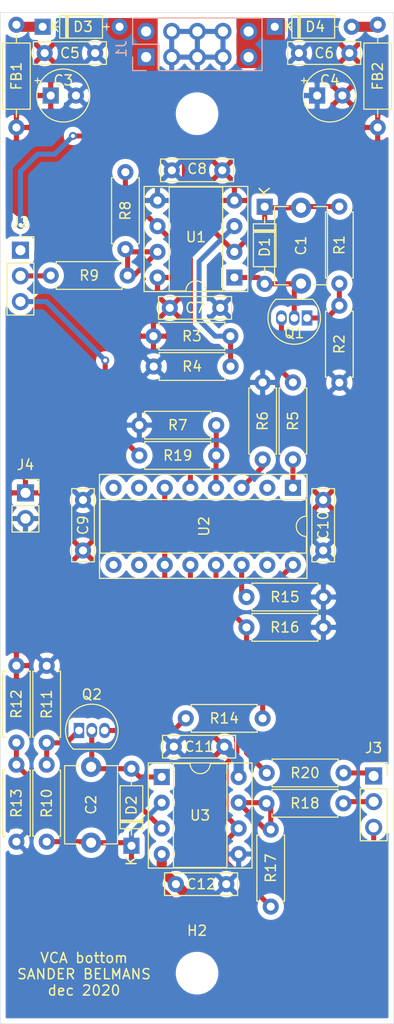
<source format=kicad_pcb>
(kicad_pcb (version 20171130) (host pcbnew "(5.1.8)-1")
  (layers (0 F.Cu signal) (31 B.Cu signal) (34 B.Paste user) (35 F.Paste user) (36 B.SilkS user) (37 F.SilkS user) (38 B.Mask user) (39 F.Mask user) (44 Edge.Cuts user))
  (net 0 "")
  (net 1 /CVA)
  (net 2 "Net-(C1-Pad1)")
  (net 3 /CVB)
  (net 4 "Net-(C2-Pad1)")
  (net 5 GND)
  (net 6 +12V)
  (net 7 -12V)
  (net 8 "Net-(D3-Pad2)")
  (net 9 "Net-(D3-Pad1)")
  (net 10 "Net-(D4-Pad2)")
  (net 11 "Net-(D4-Pad1)")
  (net 12 /SignalOutA)
  (net 13 /SignalInA)
  (net 14 /SignalOutB)
  (net 15 /SignalInB)
  (net 16 "Net-(Q1-Pad1)")
  (net 17 "Net-(Q1-Pad3)")
  (net 18 "Net-(Q2-Pad1)")
  (net 19 "Net-(Q2-Pad3)")
  (net 20 "Net-(R3-Pad1)")
  (net 21 "Net-(R5-Pad1)")
  (net 22 "Net-(R6-Pad1)")
  (net 23 "Net-(R8-Pad2)")
  (net 24 "Net-(R8-Pad1)")
  (net 25 "Net-(R12-Pad1)")
  (net 26 "Net-(R14-Pad1)")
  (net 27 "Net-(R15-Pad1)")
  (net 28 "Net-(R17-Pad2)")
  (net 29 "Net-(R17-Pad1)")
  (net 30 "Net-(U2-Pad15)")
  (net 31 "Net-(U2-Pad2)")
  (net 32 "Net-(R19-Pad1)")
  (net 33 "Net-(R16-Pad1)")
  (module MountingHole:MountingHole_3.2mm_M3 (layer F.Cu) (at 39.5 185)
    (fp_text reference H2 (at 0 -4.2) (layer F.SilkS))
    (fp_text value MountingHole)
    (pad 1 np_thru_hole circle (at 0 0) (size 3.2 3.2) (drill 3.2) (layers *.Cu *.Mask))
  )
  (module MountingHole:MountingHole_3.2mm_M3 (layer F.Cu) (at 39.5 100)
    (fp_text reference H1 (at 0.1 0) (layer F.SilkS))
    (fp_text value MountingHole)
    (pad 1 np_thru_hole circle (at 0 0) (size 3.2 3.2) (drill 3.2) (layers *.Cu *.Mask))
  )
  (module Resistor_THT:R_Axial_DIN0207_L6.3mm_D2.5mm_P7.62mm_Horizontal (layer F.Cu) (at 35.2 125)
    (fp_text reference R4 (at 3.81 0) (layer F.SilkS))
    (fp_text value 470R)
    (pad 2 thru_hole oval (at 7.62 0) (size 1.6 1.6) (drill 0.8) (layers *.Cu *.Mask) (net 20 "Net-(R3-Pad1)"))
    (pad 1 thru_hole circle (at 0 0) (size 1.6 1.6) (drill 0.8) (layers *.Cu *.Mask) (net 5 GND))
  )
  (module Resistor_THT:R_Axial_DIN0207_L6.3mm_D2.5mm_P7.62mm_Horizontal (layer F.Cu) (at 42.8 122 180)
    (fp_text reference R3 (at 3.81 0) (layer F.SilkS))
    (fp_text value 100K)
    (pad 2 thru_hole oval (at 7.62 0 180) (size 1.6 1.6) (drill 0.8) (layers *.Cu *.Mask) (net 6 +12V))
    (pad 1 thru_hole circle (at 0 0 180) (size 1.6 1.6) (drill 0.8) (layers *.Cu *.Mask) (net 20 "Net-(R3-Pad1)"))
  )
  (module Resistor_THT:R_Axial_DIN0207_L6.3mm_D2.5mm_P7.62mm_Horizontal (layer F.Cu) (at 32.4 113.4 90)
    (fp_text reference R8 (at 3.81 0 90) (layer F.SilkS))
    (fp_text value 27K)
    (pad 2 thru_hole oval (at 7.62 0 90) (size 1.6 1.6) (drill 0.8) (layers *.Cu *.Mask) (net 23 "Net-(R8-Pad2)"))
    (pad 1 thru_hole circle (at 0 0 90) (size 1.6 1.6) (drill 0.8) (layers *.Cu *.Mask) (net 24 "Net-(R8-Pad1)"))
  )
  (module Resistor_THT:R_Axial_DIN0207_L6.3mm_D2.5mm_P7.62mm_Horizontal (layer F.Cu) (at 25 116)
    (fp_text reference R9 (at 3.81 0) (layer F.SilkS))
    (fp_text value 1K)
    (pad 2 thru_hole oval (at 7.62 0) (size 1.6 1.6) (drill 0.8) (layers *.Cu *.Mask) (net 24 "Net-(R8-Pad1)"))
    (pad 1 thru_hole circle (at 0 0) (size 1.6 1.6) (drill 0.8) (layers *.Cu *.Mask) (net 12 /SignalOutA))
  )
  (module Resistor_THT:R_Axial_DIN0207_L6.3mm_D2.5mm_P7.62mm_Horizontal (layer F.Cu) (at 41.4 133.8 180)
    (fp_text reference R19 (at 3.81 0) (layer F.SilkS))
    (fp_text value 100K)
    (pad 2 thru_hole oval (at 7.62 0 180) (size 1.6 1.6) (drill 0.8) (layers *.Cu *.Mask) (net 13 /SignalInA))
    (pad 1 thru_hole circle (at 0 0 180) (size 1.6 1.6) (drill 0.8) (layers *.Cu *.Mask) (net 32 "Net-(R19-Pad1)"))
  )
  (module Resistor_THT:R_Axial_DIN0207_L6.3mm_D2.5mm_P7.62mm_Horizontal (layer F.Cu) (at 53.6 116.8 90)
    (fp_text reference R1 (at 3.81 0 90) (layer F.SilkS))
    (fp_text value 33K)
    (pad 2 thru_hole oval (at 7.62 0 90) (size 1.6 1.6) (drill 0.8) (layers *.Cu *.Mask) (net 1 /CVA))
    (pad 1 thru_hole circle (at 0 0 90) (size 1.6 1.6) (drill 0.8) (layers *.Cu *.Mask) (net 16 "Net-(Q1-Pad1)"))
  )
  (module Resistor_THT:R_Axial_DIN0207_L6.3mm_D2.5mm_P7.62mm_Horizontal (layer F.Cu) (at 49 134.2 90)
    (fp_text reference R5 (at 3.81 0 90) (layer F.SilkS))
    (fp_text value 6.8K)
    (pad 2 thru_hole oval (at 7.62 0 90) (size 1.6 1.6) (drill 0.8) (layers *.Cu *.Mask) (net 17 "Net-(Q1-Pad3)"))
    (pad 1 thru_hole circle (at 0 0 90) (size 1.6 1.6) (drill 0.8) (layers *.Cu *.Mask) (net 21 "Net-(R5-Pad1)"))
  )
  (module Resistor_THT:R_Axial_DIN0207_L6.3mm_D2.5mm_P7.62mm_Horizontal (layer F.Cu) (at 53.6 126.6 90)
    (fp_text reference R2 (at 3.81 0 90) (layer F.SilkS))
    (fp_text value 1K)
    (pad 2 thru_hole oval (at 7.62 0 90) (size 1.6 1.6) (drill 0.8) (layers *.Cu *.Mask) (net 16 "Net-(Q1-Pad1)"))
    (pad 1 thru_hole circle (at 0 0 90) (size 1.6 1.6) (drill 0.8) (layers *.Cu *.Mask) (net 5 GND))
  )
  (module Resistor_THT:R_Axial_DIN0207_L6.3mm_D2.5mm_P7.62mm_Horizontal (layer F.Cu) (at 41.4 130.8 180)
    (fp_text reference R7 (at 3.81 0) (layer F.SilkS))
    (fp_text value 680R)
    (pad 2 thru_hole oval (at 7.62 0 180) (size 1.6 1.6) (drill 0.8) (layers *.Cu *.Mask) (net 5 GND))
    (pad 1 thru_hole circle (at 0 0 180) (size 1.6 1.6) (drill 0.8) (layers *.Cu *.Mask) (net 32 "Net-(R19-Pad1)"))
  )
  (module Resistor_THT:R_Axial_DIN0207_L6.3mm_D2.5mm_P7.62mm_Horizontal (layer F.Cu) (at 46 134.2 90)
    (fp_text reference R6 (at 3.81 0 90) (layer F.SilkS))
    (fp_text value 680R)
    (pad 2 thru_hole oval (at 7.62 0 90) (size 1.6 1.6) (drill 0.8) (layers *.Cu *.Mask) (net 5 GND))
    (pad 1 thru_hole circle (at 0 0 90) (size 1.6 1.6) (drill 0.8) (layers *.Cu *.Mask) (net 22 "Net-(R6-Pad1)"))
  )
  (module Resistor_THT:R_Axial_DIN0207_L6.3mm_D2.5mm_P7.62mm_Horizontal (layer F.Cu) (at 21.6 162.2 90)
    (fp_text reference R12 (at 3.81 0 90) (layer F.SilkS))
    (fp_text value 100K)
    (pad 2 thru_hole oval (at 7.62 0 90) (size 1.6 1.6) (drill 0.8) (layers *.Cu *.Mask) (net 6 +12V))
    (pad 1 thru_hole circle (at 0 0 90) (size 1.6 1.6) (drill 0.8) (layers *.Cu *.Mask) (net 25 "Net-(R12-Pad1)"))
  )
  (module Resistor_THT:R_Axial_DIN0207_L6.3mm_D2.5mm_P7.62mm_Horizontal (layer F.Cu) (at 24.6 154.6 270)
    (fp_text reference R11 (at 3.81 0 90) (layer F.SilkS))
    (fp_text value 1K)
    (pad 2 thru_hole oval (at 7.62 0 270) (size 1.6 1.6) (drill 0.8) (layers *.Cu *.Mask) (net 18 "Net-(Q2-Pad1)"))
    (pad 1 thru_hole circle (at 0 0 270) (size 1.6 1.6) (drill 0.8) (layers *.Cu *.Mask) (net 5 GND))
  )
  (module Resistor_THT:R_Axial_DIN0207_L6.3mm_D2.5mm_P7.62mm_Horizontal (layer F.Cu) (at 44.4 150.8)
    (fp_text reference R16 (at 3.8 0) (layer F.SilkS))
    (fp_text value 680R)
    (pad 2 thru_hole oval (at 7.62 0) (size 1.6 1.6) (drill 0.8) (layers *.Cu *.Mask) (net 5 GND))
    (pad 1 thru_hole circle (at 0 0) (size 1.6 1.6) (drill 0.8) (layers *.Cu *.Mask) (net 33 "Net-(R16-Pad1)"))
  )
  (module Resistor_THT:R_Axial_DIN0207_L6.3mm_D2.5mm_P7.62mm_Horizontal (layer F.Cu) (at 44.4 147.8)
    (fp_text reference R15 (at 3.81 0) (layer F.SilkS))
    (fp_text value 680R)
    (pad 2 thru_hole oval (at 7.62 0) (size 1.6 1.6) (drill 0.8) (layers *.Cu *.Mask) (net 5 GND))
    (pad 1 thru_hole circle (at 0 0) (size 1.6 1.6) (drill 0.8) (layers *.Cu *.Mask) (net 27 "Net-(R15-Pad1)"))
  )
  (module Resistor_THT:R_Axial_DIN0207_L6.3mm_D2.5mm_P7.62mm_Horizontal (layer F.Cu) (at 46 159.8 180)
    (fp_text reference R14 (at 3.81 0) (layer F.SilkS))
    (fp_text value 6.8K)
    (pad 2 thru_hole oval (at 7.62 0 180) (size 1.6 1.6) (drill 0.8) (layers *.Cu *.Mask) (net 19 "Net-(Q2-Pad3)"))
    (pad 1 thru_hole circle (at 0 0 180) (size 1.6 1.6) (drill 0.8) (layers *.Cu *.Mask) (net 26 "Net-(R14-Pad1)"))
  )
  (module Resistor_THT:R_Axial_DIN0207_L6.3mm_D2.5mm_P7.62mm_Horizontal (layer F.Cu) (at 46.4 165.2)
    (fp_text reference R20 (at 3.8 0) (layer F.SilkS))
    (fp_text value 100K)
    (pad 2 thru_hole oval (at 7.62 0) (size 1.6 1.6) (drill 0.8) (layers *.Cu *.Mask) (net 15 /SignalInB))
    (pad 1 thru_hole circle (at 0 0) (size 1.6 1.6) (drill 0.8) (layers *.Cu *.Mask) (net 33 "Net-(R16-Pad1)"))
  )
  (module Resistor_THT:R_Axial_DIN0207_L6.3mm_D2.5mm_P7.62mm_Horizontal (layer F.Cu) (at 46.8 170.8 270)
    (fp_text reference R17 (at 3.81 0 90) (layer F.SilkS))
    (fp_text value 27K)
    (pad 2 thru_hole oval (at 7.62 0 270) (size 1.6 1.6) (drill 0.8) (layers *.Cu *.Mask) (net 28 "Net-(R17-Pad2)"))
    (pad 1 thru_hole circle (at 0 0 270) (size 1.6 1.6) (drill 0.8) (layers *.Cu *.Mask) (net 29 "Net-(R17-Pad1)"))
  )
  (module Resistor_THT:R_Axial_DIN0207_L6.3mm_D2.5mm_P7.62mm_Horizontal (layer F.Cu) (at 21.6 172 90)
    (fp_text reference R13 (at 3.81 0 90) (layer F.SilkS))
    (fp_text value 470R)
    (pad 2 thru_hole oval (at 7.62 0 90) (size 1.6 1.6) (drill 0.8) (layers *.Cu *.Mask) (net 25 "Net-(R12-Pad1)"))
    (pad 1 thru_hole circle (at 0 0 90) (size 1.6 1.6) (drill 0.8) (layers *.Cu *.Mask) (net 5 GND))
  )
  (module Resistor_THT:R_Axial_DIN0207_L6.3mm_D2.5mm_P7.62mm_Horizontal (layer F.Cu) (at 24.6 164.38 270)
    (fp_text reference R10 (at 3.82 0 90) (layer F.SilkS))
    (fp_text value 33K)
    (pad 2 thru_hole oval (at 7.62 0 270) (size 1.6 1.6) (drill 0.8) (layers *.Cu *.Mask) (net 3 /CVB))
    (pad 1 thru_hole circle (at 0 0 270) (size 1.6 1.6) (drill 0.8) (layers *.Cu *.Mask) (net 18 "Net-(Q2-Pad1)"))
  )
  (module Resistor_THT:R_Axial_DIN0207_L6.3mm_D2.5mm_P7.62mm_Horizontal (layer F.Cu) (at 54 168.2 180)
    (fp_text reference R18 (at 3.81 0) (layer F.SilkS))
    (fp_text value 1K)
    (pad 2 thru_hole oval (at 7.62 0 180) (size 1.6 1.6) (drill 0.8) (layers *.Cu *.Mask) (net 29 "Net-(R17-Pad1)"))
    (pad 1 thru_hole circle (at 0 0 180) (size 1.6 1.6) (drill 0.8) (layers *.Cu *.Mask) (net 14 /SignalOutB))
  )
  (module Package_DIP:DIP-8_W7.62mm_Socket (layer F.Cu) (at 36 165.6)
    (fp_text reference U3 (at 3.8 3.8) (layer F.SilkS))
    (fp_text value TL072)
    (pad 8 thru_hole oval (at 7.62 0) (size 1.6 1.6) (drill 0.8) (layers *.Cu *.Mask) (net 6 +12V))
    (pad 4 thru_hole oval (at 0 7.62) (size 1.6 1.6) (drill 0.8) (layers *.Cu *.Mask) (net 7 -12V))
    (pad 7 thru_hole oval (at 7.62 2.54) (size 1.6 1.6) (drill 0.8) (layers *.Cu *.Mask) (net 29 "Net-(R17-Pad1)"))
    (pad 3 thru_hole oval (at 0 5.08) (size 1.6 1.6) (drill 0.8) (layers *.Cu *.Mask) (net 25 "Net-(R12-Pad1)"))
    (pad 6 thru_hole oval (at 7.62 5.08) (size 1.6 1.6) (drill 0.8) (layers *.Cu *.Mask) (net 28 "Net-(R17-Pad2)"))
    (pad 2 thru_hole oval (at 0 2.54) (size 1.6 1.6) (drill 0.8) (layers *.Cu *.Mask) (net 3 /CVB))
    (pad 5 thru_hole oval (at 7.62 7.62) (size 1.6 1.6) (drill 0.8) (layers *.Cu *.Mask) (net 5 GND))
    (pad 1 thru_hole rect (at 0 0) (size 1.6 1.6) (drill 0.8) (layers *.Cu *.Mask) (net 4 "Net-(C2-Pad1)"))
  )
  (module Package_DIP:DIP-16_W7.62mm_Socket (layer F.Cu) (at 49 137 270)
    (fp_text reference U2 (at 3.81 8.8 90) (layer F.SilkS))
    (fp_text value LM13700)
    (pad 16 thru_hole oval (at 7.62 0 270) (size 1.6 1.6) (drill 0.8) (layers *.Cu *.Mask) (net 26 "Net-(R14-Pad1)"))
    (pad 8 thru_hole oval (at 0 17.78 270) (size 1.6 1.6) (drill 0.8) (layers *.Cu *.Mask))
    (pad 15 thru_hole oval (at 7.62 2.54 270) (size 1.6 1.6) (drill 0.8) (layers *.Cu *.Mask) (net 30 "Net-(U2-Pad15)"))
    (pad 7 thru_hole oval (at 0 15.24 270) (size 1.6 1.6) (drill 0.8) (layers *.Cu *.Mask))
    (pad 14 thru_hole oval (at 7.62 5.08 270) (size 1.6 1.6) (drill 0.8) (layers *.Cu *.Mask) (net 27 "Net-(R15-Pad1)"))
    (pad 6 thru_hole oval (at 0 12.7 270) (size 1.6 1.6) (drill 0.8) (layers *.Cu *.Mask) (net 7 -12V))
    (pad 13 thru_hole oval (at 7.62 7.62 270) (size 1.6 1.6) (drill 0.8) (layers *.Cu *.Mask) (net 33 "Net-(R16-Pad1)"))
    (pad 5 thru_hole oval (at 0 10.16 270) (size 1.6 1.6) (drill 0.8) (layers *.Cu *.Mask) (net 23 "Net-(R8-Pad2)"))
    (pad 12 thru_hole oval (at 7.62 10.16 270) (size 1.6 1.6) (drill 0.8) (layers *.Cu *.Mask) (net 28 "Net-(R17-Pad2)"))
    (pad 4 thru_hole oval (at 0 7.62 270) (size 1.6 1.6) (drill 0.8) (layers *.Cu *.Mask) (net 32 "Net-(R19-Pad1)"))
    (pad 11 thru_hole oval (at 7.62 12.7 270) (size 1.6 1.6) (drill 0.8) (layers *.Cu *.Mask) (net 6 +12V))
    (pad 3 thru_hole oval (at 0 5.08 270) (size 1.6 1.6) (drill 0.8) (layers *.Cu *.Mask) (net 22 "Net-(R6-Pad1)"))
    (pad 10 thru_hole oval (at 7.62 15.24 270) (size 1.6 1.6) (drill 0.8) (layers *.Cu *.Mask))
    (pad 2 thru_hole oval (at 0 2.54 270) (size 1.6 1.6) (drill 0.8) (layers *.Cu *.Mask) (net 31 "Net-(U2-Pad2)"))
    (pad 9 thru_hole oval (at 7.62 17.78 270) (size 1.6 1.6) (drill 0.8) (layers *.Cu *.Mask))
    (pad 1 thru_hole rect (at 0 0 270) (size 1.6 1.6) (drill 0.8) (layers *.Cu *.Mask) (net 21 "Net-(R5-Pad1)"))
  )
  (module Package_DIP:DIP-8_W7.62mm_Socket (layer F.Cu) (at 43.2 116.2 180)
    (fp_text reference U1 (at 3.81 4) (layer F.SilkS))
    (fp_text value TL072)
    (pad 8 thru_hole oval (at 7.62 0 180) (size 1.6 1.6) (drill 0.8) (layers *.Cu *.Mask) (net 6 +12V))
    (pad 4 thru_hole oval (at 0 7.62 180) (size 1.6 1.6) (drill 0.8) (layers *.Cu *.Mask) (net 7 -12V))
    (pad 7 thru_hole oval (at 7.62 2.54 180) (size 1.6 1.6) (drill 0.8) (layers *.Cu *.Mask) (net 24 "Net-(R8-Pad1)"))
    (pad 3 thru_hole oval (at 0 5.08 180) (size 1.6 1.6) (drill 0.8) (layers *.Cu *.Mask) (net 20 "Net-(R3-Pad1)"))
    (pad 6 thru_hole oval (at 7.62 5.08 180) (size 1.6 1.6) (drill 0.8) (layers *.Cu *.Mask) (net 23 "Net-(R8-Pad2)"))
    (pad 2 thru_hole oval (at 0 2.54 180) (size 1.6 1.6) (drill 0.8) (layers *.Cu *.Mask) (net 1 /CVA))
    (pad 5 thru_hole oval (at 7.62 7.62 180) (size 1.6 1.6) (drill 0.8) (layers *.Cu *.Mask) (net 5 GND))
    (pad 1 thru_hole rect (at 0 0 180) (size 1.6 1.6) (drill 0.8) (layers *.Cu *.Mask) (net 2 "Net-(C1-Pad1)"))
  )
  (module Package_TO_SOT_THT:TO-92_Inline (layer F.Cu) (at 27.8 161)
    (fp_text reference Q2 (at 1.27 -3.56) (layer F.SilkS))
    (fp_text value 2N3906)
    (pad 1 thru_hole rect (at 0 0) (size 1.05 1.5) (drill 0.75) (layers *.Cu *.Mask) (net 18 "Net-(Q2-Pad1)"))
    (pad 3 thru_hole oval (at 2.54 0) (size 1.05 1.5) (drill 0.75) (layers *.Cu *.Mask) (net 19 "Net-(Q2-Pad3)"))
    (pad 2 thru_hole oval (at 1.27 0) (size 1.05 1.5) (drill 0.75) (layers *.Cu *.Mask) (net 4 "Net-(C2-Pad1)"))
  )
  (module Package_TO_SOT_THT:TO-92_Inline (layer F.Cu) (at 50.4 120.2 180)
    (fp_text reference Q1 (at 1.27 -1.5) (layer F.SilkS))
    (fp_text value 2N3906)
    (pad 1 thru_hole rect (at 0 0 180) (size 1.05 1.5) (drill 0.75) (layers *.Cu *.Mask) (net 16 "Net-(Q1-Pad1)"))
    (pad 3 thru_hole oval (at 2.54 0 180) (size 1.05 1.5) (drill 0.75) (layers *.Cu *.Mask) (net 17 "Net-(Q1-Pad3)"))
    (pad 2 thru_hole oval (at 1.27 0 180) (size 1.05 1.5) (drill 0.75) (layers *.Cu *.Mask) (net 2 "Net-(C1-Pad1)"))
  )
  (module Connector_PinSocket_2.54mm:PinSocket_1x02_P2.54mm_Vertical (layer F.Cu) (at 22.5 137.5)
    (fp_text reference J4 (at 0 -2.77) (layer F.SilkS))
    (fp_text value PWR2)
    (pad 2 thru_hole oval (at 0 2.54) (size 1.7 1.7) (drill 1) (layers *.Cu *.Mask) (net 5 GND))
    (pad 1 thru_hole rect (at 0 0) (size 1.7 1.7) (drill 1) (layers *.Cu *.Mask) (net 6 +12V))
  )
  (module Connector_PinSocket_2.54mm:PinSocket_1x03_P2.54mm_Vertical (layer F.Cu) (at 57 165.5)
    (fp_text reference J3 (at 0 -2.77) (layer F.SilkS))
    (fp_text value sigB)
    (pad 3 thru_hole oval (at 0 5.08) (size 1.7 1.7) (drill 1) (layers *.Cu *.Mask) (net 3 /CVB))
    (pad 2 thru_hole oval (at 0 2.54) (size 1.7 1.7) (drill 1) (layers *.Cu *.Mask) (net 14 /SignalOutB))
    (pad 1 thru_hole rect (at 0 0) (size 1.7 1.7) (drill 1) (layers *.Cu *.Mask) (net 15 /SignalInB))
  )
  (module Connector_PinSocket_2.54mm:PinSocket_1x03_P2.54mm_Vertical (layer F.Cu) (at 22 113.5)
    (fp_text reference J2 (at 0 -2.77) (layer F.SilkS))
    (fp_text value sigA)
    (pad 3 thru_hole oval (at 0 5.08) (size 1.7 1.7) (drill 1) (layers *.Cu *.Mask) (net 13 /SignalInA))
    (pad 2 thru_hole oval (at 0 2.54) (size 1.7 1.7) (drill 1) (layers *.Cu *.Mask) (net 12 /SignalOutA))
    (pad 1 thru_hole rect (at 0 0) (size 1.7 1.7) (drill 1) (layers *.Cu *.Mask) (net 1 /CVA))
  )
  (module Connector_PinSocket_2.54mm:PinSocket_2x05_P2.54mm_Vertical (layer B.Cu) (at 34.45 94.4 270)
    (fp_text reference J1 (at -0.8 2.45 90) (layer B.SilkS) (effects (justify mirror)))
    (fp_text value PWR)
    (pad 10 thru_hole oval (at -2.54 -10.16 270) (size 1.7 1.7) (drill 1) (layers *.Cu *.Mask) (net 11 "Net-(D4-Pad1)"))
    (pad 9 thru_hole oval (at 0 -10.16 270) (size 1.7 1.7) (drill 1) (layers *.Cu *.Mask) (net 11 "Net-(D4-Pad1)"))
    (pad 8 thru_hole oval (at -2.54 -7.62 270) (size 1.7 1.7) (drill 1) (layers *.Cu *.Mask) (net 5 GND))
    (pad 7 thru_hole oval (at 0 -7.62 270) (size 1.7 1.7) (drill 1) (layers *.Cu *.Mask) (net 5 GND))
    (pad 6 thru_hole oval (at -2.54 -5.08 270) (size 1.7 1.7) (drill 1) (layers *.Cu *.Mask) (net 5 GND))
    (pad 5 thru_hole oval (at 0 -5.08 270) (size 1.7 1.7) (drill 1) (layers *.Cu *.Mask) (net 5 GND))
    (pad 4 thru_hole oval (at -2.54 -2.54 270) (size 1.7 1.7) (drill 1) (layers *.Cu *.Mask) (net 5 GND))
    (pad 3 thru_hole oval (at 0 -2.54 270) (size 1.7 1.7) (drill 1) (layers *.Cu *.Mask) (net 5 GND))
    (pad 2 thru_hole oval (at -2.54 0 270) (size 1.7 1.7) (drill 1) (layers *.Cu *.Mask) (net 8 "Net-(D3-Pad2)"))
    (pad 1 thru_hole rect (at 0 0 270) (size 1.7 1.7) (drill 1) (layers *.Cu *.Mask) (net 8 "Net-(D3-Pad2)"))
  )
  (module Resistor_THT:R_Axial_DIN0207_L6.3mm_D2.5mm_P10.16mm_Horizontal (layer F.Cu) (at 57.4 91.2 270)
    (fp_text reference FB2 (at 5.08 0 90) (layer F.SilkS))
    (fp_text value Ferrite_Bead)
    (pad 2 thru_hole oval (at 10.16 0 270) (size 1.6 1.6) (drill 0.8) (layers *.Cu *.Mask) (net 7 -12V))
    (pad 1 thru_hole circle (at 0 0 270) (size 1.6 1.6) (drill 0.8) (layers *.Cu *.Mask) (net 10 "Net-(D4-Pad2)"))
  )
  (module Resistor_THT:R_Axial_DIN0207_L6.3mm_D2.5mm_P10.16mm_Horizontal (layer F.Cu) (at 21.6 91.2 270)
    (fp_text reference FB1 (at 5.08 0 90) (layer F.SilkS))
    (fp_text value Ferrite_Bead)
    (pad 2 thru_hole oval (at 10.16 0 270) (size 1.6 1.6) (drill 0.8) (layers *.Cu *.Mask) (net 6 +12V))
    (pad 1 thru_hole circle (at 0 0 270) (size 1.6 1.6) (drill 0.8) (layers *.Cu *.Mask) (net 9 "Net-(D3-Pad1)"))
  )
  (module Diode_THT:D_DO-35_SOD27_P7.62mm_Horizontal (layer F.Cu) (at 47.2 91.4)
    (fp_text reference D4 (at 4 0) (layer F.SilkS))
    (fp_text value 1N4148)
    (fp_text user K (at 1.4 0) (layer F.SilkS))
    (pad 2 thru_hole oval (at 7.62 0) (size 1.6 1.6) (drill 0.8) (layers *.Cu *.Mask) (net 10 "Net-(D4-Pad2)"))
    (pad 1 thru_hole rect (at 0 0) (size 1.6 1.6) (drill 0.8) (layers *.Cu *.Mask) (net 11 "Net-(D4-Pad1)"))
  )
  (module Diode_THT:D_DO-35_SOD27_P7.62mm_Horizontal (layer F.Cu) (at 24.2 91.4)
    (fp_text reference D3 (at 4 0) (layer F.SilkS))
    (fp_text value 1N4148)
    (fp_text user K (at 1.2 0) (layer F.SilkS))
    (pad 2 thru_hole oval (at 7.62 0) (size 1.6 1.6) (drill 0.8) (layers *.Cu *.Mask) (net 8 "Net-(D3-Pad2)"))
    (pad 1 thru_hole rect (at 0 0) (size 1.6 1.6) (drill 0.8) (layers *.Cu *.Mask) (net 9 "Net-(D3-Pad1)"))
  )
  (module Diode_THT:D_DO-35_SOD27_P7.62mm_Horizontal (layer F.Cu) (at 33 172.4 90)
    (fp_text reference D2 (at 4 0 90) (layer F.SilkS))
    (fp_text value 1N4148)
    (fp_text user K (at -1.5 0 90) (layer F.SilkS))
    (pad 2 thru_hole oval (at 7.62 0 90) (size 1.6 1.6) (drill 0.8) (layers *.Cu *.Mask) (net 4 "Net-(C2-Pad1)"))
    (pad 1 thru_hole rect (at 0 0 90) (size 1.6 1.6) (drill 0.8) (layers *.Cu *.Mask) (net 3 /CVB))
  )
  (module Diode_THT:D_DO-35_SOD27_P7.62mm_Horizontal (layer F.Cu) (at 46.2 109.2 270)
    (fp_text reference D1 (at 4 0 90) (layer F.SilkS))
    (fp_text value 1N4148)
    (fp_text user K (at -1.5 0 90) (layer F.SilkS))
    (pad 2 thru_hole oval (at 7.62 0 270) (size 1.6 1.6) (drill 0.8) (layers *.Cu *.Mask) (net 2 "Net-(C1-Pad1)"))
    (pad 1 thru_hole rect (at 0 0 270) (size 1.6 1.6) (drill 0.8) (layers *.Cu *.Mask) (net 1 /CVA))
  )
  (module Capacitor_THT:C_Rect_L7.0mm_W2.0mm_P5.00mm (layer F.Cu) (at 37.4 176.2)
    (fp_text reference C12 (at 2.5 0) (layer F.SilkS))
    (fp_text value 100n)
    (pad 2 thru_hole circle (at 5 0) (size 1.6 1.6) (drill 0.8) (layers *.Cu *.Mask) (net 5 GND))
    (pad 1 thru_hole circle (at 0 0) (size 1.6 1.6) (drill 0.8) (layers *.Cu *.Mask) (net 7 -12V))
  )
  (module Capacitor_THT:C_Rect_L7.0mm_W2.0mm_P5.00mm (layer F.Cu) (at 37.2 162.6)
    (fp_text reference C11 (at 2.5 0) (layer F.SilkS))
    (fp_text value 100n)
    (pad 2 thru_hole circle (at 5 0) (size 1.6 1.6) (drill 0.8) (layers *.Cu *.Mask) (net 6 +12V))
    (pad 1 thru_hole circle (at 0 0) (size 1.6 1.6) (drill 0.8) (layers *.Cu *.Mask) (net 5 GND))
  )
  (module Capacitor_THT:C_Rect_L7.0mm_W2.0mm_P5.00mm (layer F.Cu) (at 52 138.2 270)
    (fp_text reference C10 (at 2.5 0 90) (layer F.SilkS))
    (fp_text value 100n)
    (pad 2 thru_hole circle (at 5 0 270) (size 1.6 1.6) (drill 0.8) (layers *.Cu *.Mask) (net 5 GND))
    (pad 1 thru_hole circle (at 0 0 270) (size 1.6 1.6) (drill 0.8) (layers *.Cu *.Mask) (net 7 -12V))
  )
  (module Capacitor_THT:C_Rect_L7.0mm_W2.0mm_P5.00mm (layer F.Cu) (at 28.2 138.2 270)
    (fp_text reference C9 (at 2.5 0 90) (layer F.SilkS))
    (fp_text value 100n)
    (pad 2 thru_hole circle (at 5 0 270) (size 1.6 1.6) (drill 0.8) (layers *.Cu *.Mask) (net 6 +12V))
    (pad 1 thru_hole circle (at 0 0 270) (size 1.6 1.6) (drill 0.8) (layers *.Cu *.Mask) (net 5 GND))
  )
  (module Capacitor_THT:C_Rect_L7.0mm_W2.0mm_P5.00mm (layer F.Cu) (at 42 105.6 180)
    (fp_text reference C8 (at 2.5 0.15) (layer F.SilkS))
    (fp_text value 100n)
    (pad 2 thru_hole circle (at 5 0 180) (size 1.6 1.6) (drill 0.8) (layers *.Cu *.Mask) (net 5 GND))
    (pad 1 thru_hole circle (at 0 0 180) (size 1.6 1.6) (drill 0.8) (layers *.Cu *.Mask) (net 7 -12V))
  )
  (module Capacitor_THT:C_Rect_L7.0mm_W2.0mm_P5.00mm (layer F.Cu) (at 41.8 119.2 180)
    (fp_text reference C7 (at 2.5 0) (layer F.SilkS))
    (fp_text value 100n)
    (pad 2 thru_hole circle (at 5 0 180) (size 1.6 1.6) (drill 0.8) (layers *.Cu *.Mask) (net 6 +12V))
    (pad 1 thru_hole circle (at 0 0 180) (size 1.6 1.6) (drill 0.8) (layers *.Cu *.Mask) (net 5 GND))
  )
  (module Capacitor_THT:C_Rect_L7.0mm_W2.0mm_P5.00mm (layer F.Cu) (at 54.6 94 180)
    (fp_text reference C6 (at 2.5 0) (layer F.SilkS))
    (fp_text value 100n)
    (pad 2 thru_hole circle (at 5 0 180) (size 1.6 1.6) (drill 0.8) (layers *.Cu *.Mask) (net 5 GND))
    (pad 1 thru_hole circle (at 0 0 180) (size 1.6 1.6) (drill 0.8) (layers *.Cu *.Mask) (net 7 -12V))
  )
  (module Capacitor_THT:C_Rect_L7.0mm_W2.0mm_P5.00mm (layer F.Cu) (at 29.4 94 180)
    (fp_text reference C5 (at 2.5 0) (layer F.SilkS))
    (fp_text value 100n)
    (pad 2 thru_hole circle (at 5 0 180) (size 1.6 1.6) (drill 0.8) (layers *.Cu *.Mask) (net 6 +12V))
    (pad 1 thru_hole circle (at 0 0 180) (size 1.6 1.6) (drill 0.8) (layers *.Cu *.Mask) (net 5 GND))
  )
  (module Capacitor_THT:CP_Radial_Tantal_D5.0mm_P2.50mm (layer F.Cu) (at 51.4 98.2)
    (fp_text reference C4 (at 1.25 -1.5) (layer F.SilkS))
    (fp_text value 10u)
    (pad 2 thru_hole circle (at 2.5 0) (size 1.6 1.6) (drill 0.8) (layers *.Cu *.Mask) (net 7 -12V))
    (pad 1 thru_hole rect (at 0 0) (size 1.6 1.6) (drill 0.8) (layers *.Cu *.Mask) (net 5 GND))
  )
  (module Capacitor_THT:CP_Radial_Tantal_D5.0mm_P2.50mm (layer F.Cu) (at 25 98.2)
    (fp_text reference C3 (at 1.25 -1.5) (layer F.SilkS))
    (fp_text value 10u)
    (pad 2 thru_hole circle (at 2.5 0) (size 1.6 1.6) (drill 0.8) (layers *.Cu *.Mask) (net 5 GND))
    (pad 1 thru_hole rect (at 0 0) (size 1.6 1.6) (drill 0.8) (layers *.Cu *.Mask) (net 6 +12V))
  )
  (module Capacitor_THT:C_Disc_D7.5mm_W5.0mm_P7.50mm (layer F.Cu) (at 29 164.6 270)
    (fp_text reference C2 (at 3.75 0 90) (layer F.SilkS))
    (fp_text value 1n)
    (pad 2 thru_hole circle (at 7.5 0 270) (size 2 2) (drill 1) (layers *.Cu *.Mask) (net 3 /CVB))
    (pad 1 thru_hole circle (at 0 0 270) (size 2 2) (drill 1) (layers *.Cu *.Mask) (net 4 "Net-(C2-Pad1)"))
  )
  (module Capacitor_THT:C_Disc_D7.5mm_W5.0mm_P7.50mm (layer F.Cu) (at 49.8 116.8 90)
    (fp_text reference C1 (at 3.75 0 90) (layer F.SilkS))
    (fp_text value 1n)
    (pad 2 thru_hole circle (at 7.5 0 90) (size 2 2) (drill 1) (layers *.Cu *.Mask) (net 1 /CVA))
    (pad 1 thru_hole circle (at 0 0 90) (size 2 2) (drill 1) (layers *.Cu *.Mask) (net 2 "Net-(C1-Pad1)"))
  )
  (gr_text "VCA bottom\nSANDER BELMANS\ndec 2020" (at 28.3 185.1) (layer F.SilkS) (effects (font (size 1 1))))
  (gr_line (start 20 90) (end 20 190) (layer Edge.Cuts) (width 0.05))
  (gr_line (start 59 90) (end 20 90) (layer Edge.Cuts) (width 0.05))
  (gr_line (start 59 190) (end 59 90) (layer Edge.Cuts) (width 0.05))
  (gr_line (start 20 190) (end 59 190) (layer Edge.Cuts) (width 0.05))
  (segment (start 49.92 109.18) (end 49.8 109.3) (width 0.5) (layer F.Cu) (net 1))
  (segment (start 53.6 109.18) (end 49.92 109.18) (width 0.5) (layer F.Cu) (net 1))
  (segment (start 46.3 109.3) (end 46.2 109.2) (width 0.5) (layer F.Cu) (net 1))
  (segment (start 49.8 109.3) (end 46.3 109.3) (width 0.5) (layer F.Cu) (net 1))
  (via (at 22 111) (size 0.8) (drill 0.4) (layers F.Cu B.Cu) (net 1))
  (via (at 27.2 102.2) (size 0.8) (drill 0.4) (layers F.Cu B.Cu) (net 1))
  (segment (start 25.4 104) (end 27.2 102.2) (width 0.5) (layer B.Cu) (net 1))
  (segment (start 38.250001 108.710001) (end 43.2 113.66) (width 0.5) (layer F.Cu) (net 1))
  (segment (start 38.250001 104.450001) (end 38.250001 108.710001) (width 0.5) (layer F.Cu) (net 1))
  (segment (start 36 102.2) (end 38.250001 104.450001) (width 0.5) (layer F.Cu) (net 1))
  (segment (start 27.2 102.2) (end 36 102.2) (width 0.5) (layer F.Cu) (net 1))
  (segment (start 46.2 110.66) (end 43.2 113.66) (width 0.5) (layer F.Cu) (net 1))
  (segment (start 46.2 109.2) (end 46.2 110.66) (width 0.5) (layer F.Cu) (net 1))
  (segment (start 25.4 104) (end 23.7 104) (width 0.5) (layer B.Cu) (net 1))
  (segment (start 22 105.7) (end 22 111) (width 0.5) (layer B.Cu) (net 1))
  (segment (start 23.7 104) (end 22 105.7) (width 0.5) (layer B.Cu) (net 1))
  (segment (start 45.58 116.2) (end 46.2 116.82) (width 0.5) (layer F.Cu) (net 2))
  (segment (start 43.2 116.2) (end 45.58 116.2) (width 0.5) (layer F.Cu) (net 2))
  (segment (start 49.78 116.82) (end 49.8 116.8) (width 0.5) (layer F.Cu) (net 2))
  (segment (start 46.2 116.82) (end 49.78 116.82) (width 0.5) (layer F.Cu) (net 2))
  (segment (start 49.13 117.47) (end 49.8 116.8) (width 0.5) (layer F.Cu) (net 2))
  (segment (start 49.13 120.2) (end 49.13 117.47) (width 0.5) (layer F.Cu) (net 2))
  (segment (start 28.9 172) (end 29 172.1) (width 0.5) (layer F.Cu) (net 3))
  (segment (start 24.6 172) (end 28.9 172) (width 0.5) (layer F.Cu) (net 3))
  (segment (start 32.7 172.1) (end 33 172.4) (width 0.5) (layer F.Cu) (net 3))
  (segment (start 29 172.1) (end 32.7 172.1) (width 0.5) (layer F.Cu) (net 3))
  (segment (start 57 170.58) (end 57 179.8) (width 0.5) (layer F.Cu) (net 3))
  (segment (start 57 179.8) (end 55 181.8) (width 0.5) (layer F.Cu) (net 3))
  (segment (start 33 173.650002) (end 33 172.4) (width 0.5) (layer F.Cu) (net 3))
  (segment (start 41.149998 181.8) (end 33 173.650002) (width 0.5) (layer F.Cu) (net 3))
  (segment (start 55 181.8) (end 41.149998 181.8) (width 0.5) (layer F.Cu) (net 3))
  (segment (start 33 171.14) (end 33 172.4) (width 0.5) (layer B.Cu) (net 3))
  (segment (start 36 168.14) (end 33 171.14) (width 0.5) (layer B.Cu) (net 3))
  (segment (start 33.82 165.6) (end 33 164.78) (width 0.5) (layer F.Cu) (net 4))
  (segment (start 36 165.6) (end 33.82 165.6) (width 0.5) (layer F.Cu) (net 4))
  (segment (start 29.18 164.78) (end 29 164.6) (width 0.5) (layer F.Cu) (net 4))
  (segment (start 33 164.78) (end 29.18 164.78) (width 0.5) (layer F.Cu) (net 4))
  (segment (start 29.07 164.53) (end 29 164.6) (width 0.5) (layer F.Cu) (net 4))
  (segment (start 29.07 161) (end 29.07 164.53) (width 0.5) (layer F.Cu) (net 4))
  (segment (start 43.62 164.02) (end 42.2 162.6) (width 1) (layer B.Cu) (net 6))
  (segment (start 43.62 165.6) (end 43.62 164.02) (width 1) (layer B.Cu) (net 6))
  (segment (start 37.4 176.2) (end 41.6 180.4) (width 1) (layer F.Cu) (net 7))
  (segment (start 41.6 180.4) (end 49.8 180.4) (width 1) (layer F.Cu) (net 7))
  (segment (start 36 174.8) (end 36 173.22) (width 1) (layer F.Cu) (net 7))
  (segment (start 37.4 176.2) (end 36 174.8) (width 1) (layer F.Cu) (net 7))
  (segment (start 21.8 91.4) (end 21.6 91.2) (width 1) (layer F.Cu) (net 9))
  (segment (start 24.2 91.4) (end 21.8 91.4) (width 1) (layer F.Cu) (net 9))
  (segment (start 57.2 91.4) (end 57.4 91.2) (width 1) (layer F.Cu) (net 10))
  (segment (start 54.82 91.4) (end 57.2 91.4) (width 1) (layer F.Cu) (net 10))
  (segment (start 24.96 116.04) (end 25 116) (width 0.5) (layer F.Cu) (net 12))
  (segment (start 22 116.04) (end 24.96 116.04) (width 0.5) (layer F.Cu) (net 12))
  (via (at 30.4 124.4) (size 0.8) (drill 0.4) (layers F.Cu B.Cu) (net 13))
  (segment (start 24.58 118.58) (end 30.4 124.4) (width 0.5) (layer B.Cu) (net 13))
  (segment (start 22 118.58) (end 24.58 118.58) (width 0.5) (layer B.Cu) (net 13))
  (segment (start 30.4 130.42) (end 33.78 133.8) (width 0.5) (layer F.Cu) (net 13))
  (segment (start 30.4 124.4) (end 30.4 130.42) (width 0.5) (layer F.Cu) (net 13))
  (segment (start 54.16 168.04) (end 54 168.2) (width 0.5) (layer F.Cu) (net 14))
  (segment (start 57 168.04) (end 54.16 168.04) (width 0.5) (layer F.Cu) (net 14))
  (segment (start 56.7 165.2) (end 57 165.5) (width 0.5) (layer F.Cu) (net 15))
  (segment (start 54.02 165.2) (end 56.7 165.2) (width 0.5) (layer F.Cu) (net 15))
  (segment (start 53.6 116.8) (end 53.6 118.98) (width 0.5) (layer F.Cu) (net 16))
  (segment (start 52.38 120.2) (end 53.6 118.98) (width 0.5) (layer F.Cu) (net 16))
  (segment (start 50.4 120.2) (end 52.38 120.2) (width 0.5) (layer F.Cu) (net 16))
  (segment (start 47.86 125.44) (end 47.86 120.2) (width 0.5) (layer F.Cu) (net 17))
  (segment (start 49 126.58) (end 47.86 125.44) (width 0.5) (layer F.Cu) (net 17))
  (segment (start 24.6 164.38) (end 24.6 162.22) (width 0.5) (layer F.Cu) (net 18))
  (segment (start 26.58 162.22) (end 27.8 161) (width 0.5) (layer F.Cu) (net 18))
  (segment (start 24.6 162.22) (end 26.58 162.22) (width 0.5) (layer F.Cu) (net 18))
  (segment (start 37.18 161) (end 38.38 159.8) (width 0.5) (layer F.Cu) (net 19))
  (segment (start 30.34 161) (end 37.18 161) (width 0.5) (layer F.Cu) (net 19))
  (segment (start 42.82 122.02) (end 42.8 122) (width 0.5) (layer F.Cu) (net 20))
  (segment (start 42.82 125) (end 42.82 122.02) (width 0.5) (layer F.Cu) (net 20))
  (segment (start 42.8 122) (end 41.3 122) (width 0.5) (layer B.Cu) (net 20))
  (segment (start 41.3 122) (end 39.7 120.4) (width 0.5) (layer B.Cu) (net 20))
  (segment (start 39.7 114.62) (end 43.2 111.12) (width 0.5) (layer B.Cu) (net 20))
  (segment (start 39.7 120.4) (end 39.7 114.62) (width 0.5) (layer B.Cu) (net 20))
  (segment (start 49 137) (end 49 134.2) (width 0.5) (layer F.Cu) (net 21))
  (segment (start 46 134.92) (end 43.92 137) (width 0.5) (layer F.Cu) (net 22))
  (segment (start 46 134.2) (end 46 134.92) (width 0.5) (layer F.Cu) (net 22))
  (segment (start 38.84 114.38) (end 35.58 111.12) (width 0.5) (layer F.Cu) (net 23))
  (segment (start 38.84 137) (end 38.84 114.38) (width 0.5) (layer F.Cu) (net 23))
  (segment (start 32.4 107.94) (end 32.4 105.78) (width 0.5) (layer F.Cu) (net 23))
  (segment (start 35.58 111.12) (end 32.4 107.94) (width 0.5) (layer F.Cu) (net 23))
  (segment (start 32.66 113.66) (end 32.4 113.4) (width 0.5) (layer F.Cu) (net 24))
  (segment (start 35.58 113.66) (end 32.66 113.66) (width 0.5) (layer F.Cu) (net 24))
  (segment (start 32.62 113.62) (end 32.4 113.4) (width 0.5) (layer F.Cu) (net 24))
  (segment (start 32.62 116) (end 32.62 113.62) (width 0.5) (layer F.Cu) (net 24))
  (segment (start 33.24 116) (end 35.58 113.66) (width 0.5) (layer F.Cu) (net 24))
  (segment (start 32.62 116) (end 33.24 116) (width 0.5) (layer F.Cu) (net 24))
  (segment (start 21.6 162.2) (end 21.6 164.38) (width 0.5) (layer F.Cu) (net 25))
  (segment (start 25.36 168.14) (end 21.6 164.38) (width 0.5) (layer F.Cu) (net 25))
  (segment (start 33.46 168.14) (end 36 170.68) (width 0.5) (layer F.Cu) (net 25))
  (segment (start 25.36 168.14) (end 33.46 168.14) (width 0.5) (layer F.Cu) (net 25))
  (segment (start 46 147.62) (end 49 144.62) (width 0.5) (layer F.Cu) (net 26))
  (segment (start 46 159.8) (end 46 147.62) (width 0.5) (layer F.Cu) (net 26))
  (segment (start 43.92 147.32) (end 44.4 147.8) (width 0.5) (layer F.Cu) (net 27))
  (segment (start 43.92 144.62) (end 43.92 147.32) (width 0.5) (layer F.Cu) (net 27))
  (segment (start 43.450001 163.200001) (end 43.450001 162.050001) (width 0.5) (layer F.Cu) (net 28))
  (segment (start 42.369999 164.280003) (end 43.450001 163.200001) (width 0.5) (layer F.Cu) (net 28))
  (segment (start 43.450001 162.050001) (end 43.4 162) (width 0.5) (layer F.Cu) (net 28))
  (segment (start 43.4 162) (end 43.4 152.4) (width 0.5) (layer F.Cu) (net 28))
  (segment (start 38.84 147.84) (end 38.84 144.62) (width 0.5) (layer F.Cu) (net 28))
  (segment (start 43.4 152.4) (end 38.84 147.84) (width 0.5) (layer F.Cu) (net 28))
  (segment (start 42.369999 171.930001) (end 43.62 170.68) (width 0.5) (layer F.Cu) (net 28))
  (segment (start 42.369999 173.989999) (end 42.369999 171.930001) (width 0.5) (layer F.Cu) (net 28))
  (segment (start 46.8 178.42) (end 42.369999 173.989999) (width 0.5) (layer F.Cu) (net 28))
  (segment (start 42.369999 169.429999) (end 43.62 170.68) (width 0.5) (layer F.Cu) (net 28))
  (segment (start 42.369999 164.280003) (end 42.369999 169.429999) (width 0.5) (layer F.Cu) (net 28))
  (segment (start 43.62 168.14) (end 44.14 168.14) (width 0.5) (layer F.Cu) (net 29))
  (segment (start 46.32 168.14) (end 46.38 168.2) (width 0.5) (layer F.Cu) (net 29))
  (segment (start 43.62 168.14) (end 46.32 168.14) (width 0.5) (layer F.Cu) (net 29))
  (segment (start 46.8 168.62) (end 46.38 168.2) (width 0.5) (layer F.Cu) (net 29))
  (segment (start 46.8 170.8) (end 46.8 168.62) (width 0.5) (layer F.Cu) (net 29))
  (segment (start 46.28 170.8) (end 43.62 168.14) (width 0.5) (layer F.Cu) (net 29))
  (segment (start 46.8 170.8) (end 46.28 170.8) (width 0.5) (layer F.Cu) (net 29))
  (segment (start 41.4 130.8) (end 41.4 133.8) (width 0.5) (layer F.Cu) (net 32))
  (segment (start 41.38 133.82) (end 41.4 133.8) (width 0.5) (layer F.Cu) (net 32))
  (segment (start 41.38 137) (end 41.38 133.82) (width 0.5) (layer F.Cu) (net 32))
  (segment (start 41.38 147.78) (end 44.4 150.8) (width 0.5) (layer F.Cu) (net 33))
  (segment (start 41.38 144.62) (end 41.38 147.78) (width 0.5) (layer F.Cu) (net 33))
  (segment (start 44.4 163.2) (end 44.4 150.8) (width 0.5) (layer F.Cu) (net 33))
  (segment (start 46.4 165.2) (end 44.4 163.2) (width 0.5) (layer F.Cu) (net 33))
  (zone (net 11) (net_name "Net-(D4-Pad1)") (layer F.Cu) (connect_pads yes (clearance 0.508)) (min_thickness 0.254) (fill yes (arc_segments 32) (thermal_gap 0.508) (thermal_bridge_width 0.508))
    (polygon (pts (xy 48.2 95.5) (xy 43.4 95.5) (xy 43.4 90.2) (xy 48.2 90.2)))
  )
  (zone (net 8) (net_name "Net-(D3-Pad2)") (layer F.Cu) (connect_pads yes (clearance 0.508)) (min_thickness 0.254) (fill yes (arc_segments 32) (thermal_gap 0.508) (thermal_bridge_width 0.508))
    (polygon (pts (xy 35.6 95.8) (xy 30.6 95.8) (xy 30.6 90.2) (xy 35.6 90.2)))
  )
  (zone (net 6) (net_name +12V) (layer F.Cu) (connect_pads (clearance 0.508)) (min_thickness 0.254) (fill yes (arc_segments 32) (thermal_gap 0.508) (thermal_bridge_width 0.508))
    (polygon (pts (xy 26.4 103) (xy 31.4 103) (xy 31.4 116.8) (xy 32.2 116.8) (xy 34.8 115) (xy 38 115) (xy 38 123.8) (xy 29.6 123.8) (xy 29.6 141.2) (xy 38 141.2) (xy 43.6 163.8) (xy 40 163.8) (xy 35.4 159.2) (xy 20.4 159.2) (xy 20.4 121.2) (xy 24 117.6) (xy 26 117.6) (xy 26 114.2) (xy 23.2 111.4) (xy 20 108.8) (xy 20 103) (xy 20.2 92.6) (xy 26.4 92.6)))
  )
  (zone (net 7) (net_name -12V) (layer F.Cu) (connect_pads (clearance 0.508)) (min_thickness 0.254) (fill yes (arc_segments 32) (thermal_gap 0.508) (thermal_bridge_width 0.508))
    (polygon (pts (xy 58.8 163.8) (xy 53 163.8) (xy 53 181.4) (xy 49 181.4) (xy 49 156.4) (xy 53.2 152.2) (xy 53.2 143.4) (xy 50.6 140.3) (xy 35.2 140.3) (xy 35.2 135.6) (xy 37.8 135.6) (xy 37.8 138.2) (xy 50.6 138.2) (xy 50.6 131.6) (xy 54.6 127.6) (xy 54.6 108) (xy 46.2 108) (xy 43.2 111) (xy 40.3 108.1) (xy 40.3 102.9) (xy 52.7 92.7) (xy 52.8 92.6) (xy 58.8 92.6)))
  )
  (zone (net 5) (net_name GND) (layer B.Cu) (connect_pads (clearance 0.508)) (min_thickness 0.254) (fill yes (arc_segments 32) (thermal_gap 0.508) (thermal_bridge_width 0.508))
    (polygon (pts (xy 59 190) (xy 20 190) (xy 20 90) (xy 59 90)))
  )
)
</source>
